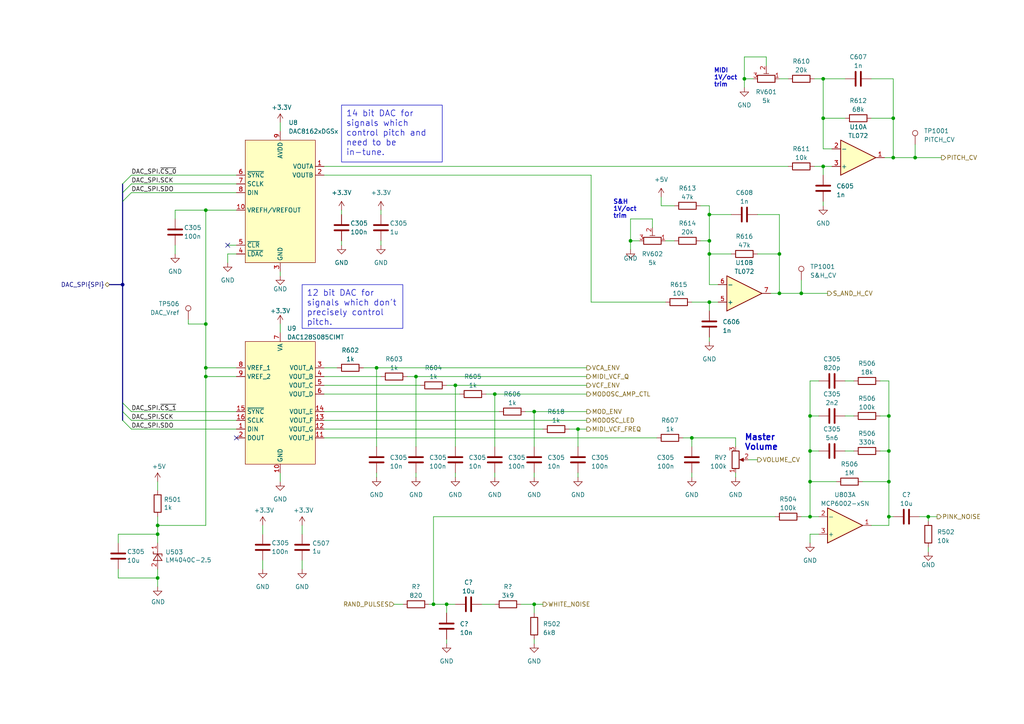
<source format=kicad_sch>
(kicad_sch (version 20230121) (generator eeschema)
  (paper "A4")
  (title_block (title "MICRO-OX Modulation Board") (date "2023-04-25") (rev "0") (comment 2 "creativecommons.org/licenses/by/4.0") (comment 3 "license: CC by 4.0") (comment 4 "Author: Jordan Aceto"))
  (junction (at 269.24 149.86))
  (junction (at 257.81 130.81))
  (junction (at 129.54 175.26))
  (junction (at 238.76 22.86))
  (junction (at 238.76 48.26))
  (junction (at 132.08 111.76))
  (junction (at 257.81 149.86))
  (junction (at 167.64 124.46))
  (junction (at 234.95 120.65))
  (junction (at 259.08 34.29))
  (junction (at 45.72 167.64))
  (junction (at 257.81 120.65))
  (junction (at 265.43 45.72))
  (junction (at 259.08 45.72))
  (junction (at 205.74 69.85))
  (junction (at 205.74 73.66))
  (junction (at 59.69 60.96))
  (junction (at 35.56 82.55))
  (junction (at 205.74 87.63))
  (junction (at 45.72 154.94))
  (junction (at 45.72 152.4))
  (junction (at 59.69 109.22))
  (junction (at 238.76 34.29))
  (junction (at 226.06 85.09))
  (junction (at 125.73 175.26))
  (junction (at 257.81 139.7))
  (junction (at 109.22 106.68))
  (junction (at 182.88 69.85))
  (junction (at 200.66 127))
  (junction (at 154.94 119.38))
  (junction (at 154.94 175.26))
  (junction (at 143.51 114.3))
  (junction (at 215.9 22.86))
  (junction (at 59.69 106.68))
  (junction (at 234.95 139.7))
  (junction (at 205.74 62.23))
  (junction (at 120.65 109.22))
  (junction (at 234.95 149.86))
  (junction (at 232.41 85.09))
  (junction (at 226.06 73.66))
  (junction (at 59.69 93.98))
  (junction (at 234.95 130.81))
  (no_connect (at 66.04 71.12))
  (no_connect (at 68.58 127))
  (bus_entry (at 35.56 55.88) (size 2.54 -2.54))
  (bus_entry (at 35.56 58.42) (size 2.54 -2.54))
  (bus_entry (at 35.56 53.34) (size 2.54 -2.54))
  (bus_entry (at 35.56 116.84) (size 2.54 2.54))
  (bus_entry (at 35.56 121.92) (size 2.54 2.54))
  (bus_entry (at 35.56 119.38) (size 2.54 2.54))
  (wire (pts (xy 200.66 87.63) (xy 205.74 87.63)))
  (bus (pts (xy 35.56 119.38) (xy 35.56 121.92)))
  (wire (pts (xy 152.4 119.38) (xy 154.94 119.38)))
  (wire (pts (xy 238.76 43.18) (xy 238.76 34.29)))
  (wire (pts (xy 245.11 130.81) (xy 247.65 130.81)))
  (wire (pts (xy 245.11 22.86) (xy 238.76 22.86)))
  (wire (pts (xy 182.88 69.85) (xy 185.42 69.85)))
  (wire (pts (xy 234.95 157.48) (xy 234.95 154.94)))
  (wire (pts (xy 205.74 62.23) (xy 205.74 69.85)))
  (wire (pts (xy 238.76 48.26) (xy 238.76 50.8)))
  (wire (pts (xy 226.06 73.66) (xy 226.06 85.09)))
  (wire (pts (xy 59.69 93.98) (xy 54.61 93.98)))
  (wire (pts (xy 234.95 149.86) (xy 234.95 139.7)))
  (wire (pts (xy 212.09 62.23) (xy 205.74 62.23)))
  (wire (pts (xy 252.73 34.29) (xy 259.08 34.29)))
  (wire (pts (xy 234.95 130.81) (xy 234.95 120.65)))
  (wire (pts (xy 154.94 119.38) (xy 170.18 119.38)))
  (wire (pts (xy 257.81 130.81) (xy 255.27 130.81)))
  (wire (pts (xy 237.49 149.86) (xy 234.95 149.86)))
  (wire (pts (xy 154.94 175.26) (xy 154.94 177.8)))
  (wire (pts (xy 205.74 59.69) (xy 205.74 62.23)))
  (wire (pts (xy 232.41 85.09) (xy 240.03 85.09)))
  (wire (pts (xy 93.98 106.68) (xy 97.79 106.68)))
  (wire (pts (xy 232.41 81.28) (xy 232.41 85.09)))
  (wire (pts (xy 109.22 106.68) (xy 109.22 129.54)))
  (wire (pts (xy 76.2 152.4) (xy 76.2 154.94)))
  (wire (pts (xy 234.95 139.7) (xy 242.57 139.7)))
  (wire (pts (xy 76.2 162.56) (xy 76.2 165.1)))
  (wire (pts (xy 45.72 152.4) (xy 45.72 149.86)))
  (wire (pts (xy 215.9 22.86) (xy 218.44 22.86)))
  (wire (pts (xy 93.98 124.46) (xy 157.48 124.46)))
  (wire (pts (xy 257.81 139.7) (xy 257.81 130.81)))
  (wire (pts (xy 198.12 127) (xy 200.66 127)))
  (wire (pts (xy 105.41 106.68) (xy 109.22 106.68)))
  (wire (pts (xy 232.41 149.86) (xy 234.95 149.86)))
  (wire (pts (xy 234.95 139.7) (xy 234.95 130.81)))
  (wire (pts (xy 120.65 109.22) (xy 120.65 129.54)))
  (wire (pts (xy 38.1 124.46) (xy 68.58 124.46)))
  (wire (pts (xy 266.7 149.86) (xy 269.24 149.86)))
  (wire (pts (xy 245.11 110.49) (xy 247.65 110.49)))
  (wire (pts (xy 45.72 157.48) (xy 45.72 154.94)))
  (wire (pts (xy 34.29 154.94) (xy 45.72 154.94)))
  (wire (pts (xy 189.23 63.5) (xy 182.88 63.5)))
  (wire (pts (xy 129.54 175.26) (xy 129.54 177.8)))
  (wire (pts (xy 205.74 69.85) (xy 205.74 73.66)))
  (wire (pts (xy 259.08 22.86) (xy 259.08 34.29)))
  (wire (pts (xy 236.22 48.26) (xy 238.76 48.26)))
  (wire (pts (xy 259.08 34.29) (xy 259.08 45.72)))
  (wire (pts (xy 110.49 60.96) (xy 110.49 62.23)))
  (bus (pts (xy 35.56 53.34) (xy 35.56 55.88)))
  (wire (pts (xy 203.2 69.85) (xy 205.74 69.85)))
  (wire (pts (xy 219.71 73.66) (xy 226.06 73.66)))
  (wire (pts (xy 45.72 139.7) (xy 45.72 142.24)))
  (wire (pts (xy 120.65 137.16) (xy 120.65 138.43)))
  (wire (pts (xy 234.95 120.65) (xy 237.49 120.65)))
  (wire (pts (xy 182.88 63.5) (xy 182.88 69.85)))
  (wire (pts (xy 93.98 114.3) (xy 133.35 114.3)))
  (wire (pts (xy 269.24 149.86) (xy 269.24 151.13)))
  (wire (pts (xy 66.04 73.66) (xy 68.58 73.66)))
  (wire (pts (xy 259.08 45.72) (xy 256.54 45.72)))
  (wire (pts (xy 140.97 114.3) (xy 143.51 114.3)))
  (wire (pts (xy 154.94 137.16) (xy 154.94 138.43)))
  (wire (pts (xy 205.74 73.66) (xy 212.09 73.66)))
  (wire (pts (xy 238.76 58.42) (xy 238.76 59.69)))
  (wire (pts (xy 54.61 92.71) (xy 54.61 93.98)))
  (wire (pts (xy 45.72 154.94) (xy 45.72 152.4)))
  (wire (pts (xy 250.19 139.7) (xy 257.81 139.7)))
  (wire (pts (xy 38.1 55.88) (xy 68.58 55.88)))
  (wire (pts (xy 34.29 165.1) (xy 34.29 167.64)))
  (wire (pts (xy 234.95 130.81) (xy 237.49 130.81)))
  (wire (pts (xy 226.06 85.09) (xy 223.52 85.09)))
  (wire (pts (xy 234.95 110.49) (xy 237.49 110.49)))
  (wire (pts (xy 265.43 41.91) (xy 265.43 45.72)))
  (wire (pts (xy 236.22 22.86) (xy 238.76 22.86)))
  (wire (pts (xy 93.98 119.38) (xy 144.78 119.38)))
  (wire (pts (xy 120.65 109.22) (xy 170.18 109.22)))
  (wire (pts (xy 114.3 175.26) (xy 116.84 175.26)))
  (wire (pts (xy 87.63 162.56) (xy 87.63 165.1)))
  (wire (pts (xy 269.24 149.86) (xy 271.78 149.86)))
  (wire (pts (xy 205.74 87.63) (xy 208.28 87.63)))
  (wire (pts (xy 59.69 93.98) (xy 59.69 60.96)))
  (wire (pts (xy 215.9 22.86) (xy 215.9 25.4)))
  (wire (pts (xy 59.69 109.22) (xy 59.69 106.68)))
  (wire (pts (xy 205.74 73.66) (xy 205.74 82.55)))
  (wire (pts (xy 167.64 124.46) (xy 167.64 129.54)))
  (wire (pts (xy 38.1 119.38) (xy 68.58 119.38)))
  (wire (pts (xy 132.08 137.16) (xy 132.08 138.43)))
  (wire (pts (xy 59.69 109.22) (xy 59.69 152.4)))
  (wire (pts (xy 257.81 110.49) (xy 255.27 110.49)))
  (wire (pts (xy 87.63 152.4) (xy 87.63 154.94)))
  (wire (pts (xy 45.72 152.4) (xy 59.69 152.4)))
  (wire (pts (xy 191.77 57.15) (xy 191.77 59.69)))
  (wire (pts (xy 241.3 43.18) (xy 238.76 43.18)))
  (wire (pts (xy 189.23 66.04) (xy 189.23 63.5)))
  (wire (pts (xy 81.28 137.16) (xy 81.28 139.7)))
  (bus (pts (xy 35.56 58.42) (xy 35.56 82.55)))
  (wire (pts (xy 93.98 121.92) (xy 170.18 121.92)))
  (wire (pts (xy 200.66 137.16) (xy 200.66 138.43)))
  (wire (pts (xy 110.49 69.85) (xy 110.49 71.12)))
  (wire (pts (xy 38.1 53.34) (xy 68.58 53.34)))
  (wire (pts (xy 139.7 175.26) (xy 143.51 175.26)))
  (wire (pts (xy 238.76 34.29) (xy 245.11 34.29)))
  (bus (pts (xy 31.75 82.55) (xy 35.56 82.55)))
  (wire (pts (xy 205.74 87.63) (xy 205.74 90.17)))
  (wire (pts (xy 81.28 93.98) (xy 81.28 96.52)))
  (wire (pts (xy 238.76 22.86) (xy 238.76 34.29)))
  (wire (pts (xy 257.81 130.81) (xy 257.81 120.65)))
  (wire (pts (xy 213.36 127) (xy 213.36 129.54)))
  (wire (pts (xy 129.54 185.42) (xy 129.54 186.69)))
  (wire (pts (xy 93.98 48.26) (xy 228.6 48.26)))
  (wire (pts (xy 257.81 149.86) (xy 259.08 149.86)))
  (wire (pts (xy 34.29 157.48) (xy 34.29 154.94)))
  (wire (pts (xy 93.98 109.22) (xy 110.49 109.22)))
  (wire (pts (xy 171.45 50.8) (xy 171.45 87.63)))
  (wire (pts (xy 59.69 93.98) (xy 59.69 106.68)))
  (wire (pts (xy 34.29 167.64) (xy 45.72 167.64)))
  (wire (pts (xy 50.8 60.96) (xy 59.69 60.96)))
  (wire (pts (xy 81.28 35.56) (xy 81.28 38.1)))
  (wire (pts (xy 125.73 149.86) (xy 125.73 175.26)))
  (wire (pts (xy 118.11 109.22) (xy 120.65 109.22)))
  (wire (pts (xy 59.69 106.68) (xy 68.58 106.68)))
  (wire (pts (xy 125.73 175.26) (xy 129.54 175.26)))
  (wire (pts (xy 193.04 69.85) (xy 195.58 69.85)))
  (wire (pts (xy 151.13 175.26) (xy 154.94 175.26)))
  (wire (pts (xy 234.95 154.94) (xy 237.49 154.94)))
  (wire (pts (xy 265.43 45.72) (xy 273.05 45.72)))
  (wire (pts (xy 132.08 111.76) (xy 170.18 111.76)))
  (wire (pts (xy 193.04 87.63) (xy 171.45 87.63)))
  (wire (pts (xy 259.08 45.72) (xy 265.43 45.72)))
  (wire (pts (xy 59.69 109.22) (xy 68.58 109.22)))
  (wire (pts (xy 124.46 175.26) (xy 125.73 175.26)))
  (wire (pts (xy 238.76 48.26) (xy 241.3 48.26)))
  (wire (pts (xy 165.1 124.46) (xy 167.64 124.46)))
  (wire (pts (xy 222.25 19.05) (xy 222.25 16.51)))
  (wire (pts (xy 109.22 106.68) (xy 170.18 106.68)))
  (wire (pts (xy 257.81 149.86) (xy 257.81 152.4)))
  (wire (pts (xy 226.06 85.09) (xy 232.41 85.09)))
  (wire (pts (xy 125.73 149.86) (xy 224.79 149.86)))
  (wire (pts (xy 215.9 16.51) (xy 215.9 22.86)))
  (wire (pts (xy 50.8 71.12) (xy 50.8 73.66)))
  (wire (pts (xy 66.04 71.12) (xy 68.58 71.12)))
  (wire (pts (xy 203.2 59.69) (xy 205.74 59.69)))
  (wire (pts (xy 129.54 111.76) (xy 132.08 111.76)))
  (wire (pts (xy 38.1 121.92) (xy 68.58 121.92)))
  (wire (pts (xy 219.71 62.23) (xy 226.06 62.23)))
  (wire (pts (xy 167.64 137.16) (xy 167.64 138.43)))
  (wire (pts (xy 59.69 60.96) (xy 68.58 60.96)))
  (wire (pts (xy 257.81 152.4) (xy 252.73 152.4)))
  (wire (pts (xy 205.74 97.79) (xy 205.74 99.06)))
  (wire (pts (xy 154.94 175.26) (xy 157.48 175.26)))
  (wire (pts (xy 99.06 60.96) (xy 99.06 62.23)))
  (wire (pts (xy 129.54 175.26) (xy 132.08 175.26)))
  (bus (pts (xy 35.56 116.84) (xy 35.56 119.38)))
  (wire (pts (xy 191.77 59.69) (xy 195.58 59.69)))
  (wire (pts (xy 154.94 119.38) (xy 154.94 129.54)))
  (wire (pts (xy 226.06 62.23) (xy 226.06 73.66)))
  (wire (pts (xy 66.04 73.66) (xy 66.04 76.2)))
  (wire (pts (xy 213.36 137.16) (xy 213.36 138.43)))
  (wire (pts (xy 200.66 127) (xy 200.66 129.54)))
  (wire (pts (xy 143.51 114.3) (xy 143.51 129.54)))
  (bus (pts (xy 35.56 82.55) (xy 35.56 116.84)))
  (wire (pts (xy 93.98 111.76) (xy 121.92 111.76)))
  (wire (pts (xy 200.66 127) (xy 213.36 127)))
  (wire (pts (xy 208.28 82.55) (xy 205.74 82.55)))
  (wire (pts (xy 245.11 120.65) (xy 247.65 120.65)))
  (wire (pts (xy 226.06 22.86) (xy 228.6 22.86)))
  (wire (pts (xy 38.1 50.8) (xy 68.58 50.8)))
  (bus (pts (xy 35.56 55.88) (xy 35.56 58.42)))
  (wire (pts (xy 257.81 139.7) (xy 257.81 149.86)))
  (wire (pts (xy 222.25 16.51) (xy 215.9 16.51)))
  (wire (pts (xy 217.17 133.35) (xy 219.71 133.35)))
  (wire (pts (xy 50.8 63.5) (xy 50.8 60.96)))
  (wire (pts (xy 182.88 69.85) (xy 182.88 72.39)))
  (wire (pts (xy 93.98 127) (xy 190.5 127)))
  (wire (pts (xy 45.72 167.64) (xy 45.72 165.1)))
  (wire (pts (xy 257.81 110.49) (xy 257.81 120.65)))
  (wire (pts (xy 45.72 170.18) (xy 45.72 167.64)))
  (wire (pts (xy 154.94 185.42) (xy 154.94 186.69)))
  (wire (pts (xy 167.64 124.46) (xy 170.18 124.46)))
  (wire (pts (xy 81.28 78.74) (xy 81.28 80.01)))
  (wire (pts (xy 109.22 137.16) (xy 109.22 138.43)))
  (wire (pts (xy 269.24 158.75) (xy 269.24 160.02)))
  (wire (pts (xy 252.73 22.86) (xy 259.08 22.86)))
  (wire (pts (xy 143.51 114.3) (xy 170.18 114.3)))
  (wire (pts (xy 93.98 50.8) (xy 171.45 50.8)))
  (wire (pts (xy 234.95 110.49) (xy 234.95 120.65)))
  (wire (pts (xy 257.81 120.65) (xy 255.27 120.65)))
  (wire (pts (xy 143.51 137.16) (xy 143.51 138.43)))
  (wire (pts (xy 99.06 69.85) (xy 99.06 71.12)))
  (wire (pts (xy 132.08 111.76) (xy 132.08 129.54)))
  (text_box "14 bit DAC for signals which control pitch and need to be in-tune." (at 99.06 30.48 0) (size 29.21 16.51) (effects (font (size 1.75 1.75)) (justify left top)))
  (text_box "12 bit DAC for signals which don't precisely control pitch." (at 87.63 82.55 0) (size 29.21 12.7) (effects (font (size 1.75 1.75)) (justify left top)))
  (text "MIDI\n1V/oct \ntrim" (at 207.01 25.4 0) (effects (font (size 1.27 1.27) (thickness 0.254) bold) (justify left bottom)))
  (text "S&H\n1V/oct \ntrim" (at 177.8 63.5 0) (effects (font (size 1.27 1.27) (thickness 0.254) bold) (justify left bottom)))
  (text "Master\nVolume" (at 215.9 130.81 0) (effects (font (size 1.75 1.75) (thickness 0.35) bold) (justify left bottom)))
  (label "DAC_SPI.~{CS_0}" (at 38.1 50.8 0))
  (label "DAC_SPI.SDO" (at 38.1 55.88 0))
  (label "DAC_SPI.SCK" (at 38.1 53.34 0))
  (label "DAC_SPI.~{CS_1}" (at 38.1 119.38 0))
  (label "DAC_SPI.SCK" (at 38.1 121.92 0))
  (label "DAC_SPI.SDO" (at 38.1 124.46 0))
  (hierarchical_label "DAC_SPI{SPI}" (shape bidirectional) (at 31.75 82.55 180))
  (hierarchical_label "PITCH_CV" (shape output) (at 273.05 45.72 0))
  (hierarchical_label "VCA_ENV" (shape output) (at 170.18 106.68 0))
  (hierarchical_label "S_AND_H_CV" (shape output) (at 240.03 85.09 0))
  (hierarchical_label "VCF_ENV" (shape output) (at 170.18 111.76 0))
  (hierarchical_label "MOD_ENV" (shape output) (at 170.18 119.38 0))
  (hierarchical_label "MODOSC_LED" (shape output) (at 170.18 121.92 0))
  (hierarchical_label "VOLUME_CV" (shape output) (at 219.71 133.35 0))
  (hierarchical_label "PINK_NOISE" (shape output) (at 271.78 149.86 0))
  (hierarchical_label "MIDI_VCF_FREQ" (shape output) (at 170.18 124.46 0))
  (hierarchical_label "WHITE_NOISE" (shape output) (at 157.48 175.26 0))
  (hierarchical_label "RAND_PULSES" (shape input) (at 114.3 175.26 180))
  (hierarchical_label "MODOSC_AMP_CTL" (shape output) (at 170.18 114.3 0))
  (hierarchical_label "MIDI_VCF_Q" (shape output) (at 170.18 109.22 0))
  (symbol (lib_id "Device:C") (at 205.74 93.98 180) (unit 1)
    (property "Reference" "C606" (at 209.55 93.345 0) (effects (justify right)))
    (property "Value" "1n" (at 209.55 95.885 0) (effects (justify right)))
    (property "Footprint" "Capacitor_SMD:C_0603_1608Metric" (effects hide))
    (instances (project "modulation_board" (path "" (reference "C606") (unit 1))) (project "ribbon_board" (path "" (reference "C310") (unit 1))))
  )
  (symbol (lib_id "Device:R") (at 199.39 69.85 90) (unit 1)
    (property "Reference" "R614" (at 199.39 64.77 90))
    (property "Value" "20k" (at 199.39 67.31 90))
    (property "Footprint" "Resistor_SMD:R_0603_1608Metric" (effects hide))
    (instances (project "modulation_board" (path "" (reference "R614") (unit 1))) (project "ribbon_board" (path "" (reference "R301") (unit 1))))
  )
  (symbol (lib_id "Device:C") (at 34.29 161.29 0) (unit 1)
    (property "Reference" "C305" (at 36.83 160.02 0) (effects (justify left)))
    (property "Value" "10u" (at 36.83 162.56 0) (effects (justify left)))
    (property "Footprint" "Capacitor_SMD:C_0805_2012Metric" (effects hide))
    (instances (project "modulation_board" (path "" (reference "C305") (unit 1)) (path "" (reference "C201") (unit 1)) (path "" (reference "C610") (unit 1))) (project "ribbon_board" (path "" (reference "C207") (unit 1))) (project "midi_ox_main_board" (path "" (reference "C2222") (unit 1)) (path "" (reference "C?") (unit 1))))
  )
  (symbol (lib_id "Device:C") (at 200.66 133.35 0) (mirror y) (unit 1)
    (property "Reference" "C305" (at 195.58 132.715 0) (effects (justify left)))
    (property "Value" "100n" (at 195.58 135.255 0) (effects (justify left)))
    (property "Footprint" "Capacitor_SMD:C_0603_1608Metric" (effects hide))
    (instances (project "modulation_board" (path "" (reference "C305") (unit 1)) (path "" (reference "C201") (unit 1)) (path "" (reference "C618") (unit 1))) (project "ribbon_board" (path "" (reference "C207") (unit 1))) (project "midi_ox_main_board" (path "" (reference "C2222") (unit 1)) (path "" (reference "C?") (unit 1))))
  )
  (symbol (lib_id "Device:R") (at 114.3 109.22 90) (unit 1)
    (property "Reference" "R603" (at 114.3 104.14 90))
    (property "Value" "1k" (at 114.3 106.68 90))
    (property "Footprint" "Resistor_SMD:R_0603_1608Metric" (effects hide))
    (instances (project "modulation_board" (path "" (reference "R603") (unit 1))) (project "ribbon_board" (path "" (reference "R316") (unit 1))))
  )
  (symbol (lib_id "power:+5V") (at 191.77 57.15 0) (unit 1)
    (property "Reference" "#PWR0633" (effects hide))
    (property "Value" "+5V" (at 191.77 52.07 0))
  )
  (symbol (lib_id "Connector:TestPoint") (at 54.61 92.71 0) (mirror y) (unit 1) (in_bom no)
    (property "Reference" "TP506" (at 52.07 88.138 0) (effects (justify left)))
    (property "Value" "DAC_Vref" (at 52.07 90.678 0) (effects (justify left)))
    (property "Footprint" "TestPoint:TestPoint_Keystone_5000-5004_Miniature" (effects hide))
    (instances (project "modulation_board" (path "" (reference "TP506") (unit 1)) (path "" (reference "TP601") (unit 1))))
  )
  (symbol (lib_id "Amplifier_Operational:MCP6002-xSN") (at 245.11 152.4 0) (mirror x) (unit 1)
    (property "Reference" "U803" (at 245.11 143.51 0))
    (property "Value" "MCP6002-xSN" (at 245.11 146.05 0))
    (property "Footprint" "Package_SO:SOIC-8_3.9x4.9mm_P1.27mm" (effects hide))
    (property "Datasheet" "http://ww1.microchip.com/downloads/en/DeviceDoc/21733j.pdf" (effects hide))
    (instances (project "modulation_board" (path "" (reference "U803") (unit 1)) (path "" (reference "U7") (unit 1)) (path "" (reference "U7") (unit 1))))
  )
  (symbol (lib_id "Device:R") (at 199.39 59.69 90) (unit 1)
    (property "Reference" "R613" (at 199.39 54.61 90))
    (property "Value" "47k" (at 199.39 57.15 90))
    (property "Footprint" "Resistor_SMD:R_0603_1608Metric" (effects hide))
    (instances (project "modulation_board" (path "" (reference "R613") (unit 1))) (project "ribbon_board" (path "" (reference "R301") (unit 1))))
  )
  (symbol (lib_id "Device:C") (at 50.8 67.31 0) (unit 1)
    (property "Reference" "C305" (at 53.34 66.04 0) (effects (justify left)))
    (property "Value" "100n" (at 53.34 68.58 0) (effects (justify left)))
    (property "Footprint" "Capacitor_SMD:C_0603_1608Metric" (effects hide))
    (instances (project "modulation_board" (path "" (reference "C305") (unit 1)) (path "" (reference "C201") (unit 1)) (path "" (reference "C602") (unit 1))) (project "ribbon_board" (path "" (reference "C207") (unit 1))) (project "midi_ox_main_board" (path "" (reference "C2222") (unit 1)) (path "" (reference "C?") (unit 1))))
  )
  (symbol (lib_id "power:GND") (at 132.08 138.43 0) (unit 1)
    (property "Reference" "#PWR0319" (effects hide))
    (property "Value" "GND" (at 132.08 143.51 0))
    (instances (project "modulation_board" (path "" (reference "#PWR0319") (unit 1)) (path "" (reference "#PWR0204") (unit 1)) (path "" (reference "#PWR0629") (unit 1))) (project "ribbon_board" (path "" (reference "#PWR010") (unit 1))) (project "midi_ox_main_board" (path "" (reference "#PWR0121") (unit 1))))
  )
  (symbol (lib_id "power:GND") (at 182.88 72.39 0) (unit 1)
    (property "Reference" "#PWR0615" (effects hide))
    (property "Value" "GND" (at 182.88 74.93 0))
    (instances (project "modulation_board" (path "" (reference "#PWR0615") (unit 1))) (project "ribbon_board" (path "" (reference "#PWR0301") (unit 1))))
  )
  (symbol (lib_id "Amplifier_Operational:TL072") (at 248.92 45.72 0) (mirror x) (unit 1)
    (property "Reference" "U10" (at 248.92 36.83 0))
    (property "Value" "TL072" (at 248.92 39.37 0))
    (property "Footprint" "Package_SO:SOIC-8_3.9x4.9mm_P1.27mm" (effects hide))
    (property "Datasheet" "http://www.ti.com/lit/ds/symlink/tl071.pdf" (effects hide))
    (instances (project "modulation_board" (path "" (reference "U10") (unit 1))) (project "ribbon_board" (path "" (reference "U6") (unit 2))))
  )
  (symbol (lib_id "power:GND") (at 200.66 138.43 0) (unit 1)
    (property "Reference" "#PWR0319" (effects hide))
    (property "Value" "GND" (at 200.66 143.51 0))
    (instances (project "modulation_board" (path "" (reference "#PWR0319") (unit 1)) (path "" (reference "#PWR0204") (unit 1)) (path "" (reference "#PWR0632") (unit 1))) (project "ribbon_board" (path "" (reference "#PWR010") (unit 1))) (project "midi_ox_main_board" (path "" (reference "#PWR0121") (unit 1))))
  )
  (symbol (lib_id "Device:C") (at 132.08 133.35 0) (unit 1)
    (property "Reference" "C305" (at 135.89 132.715 0) (effects (justify left)))
    (property "Value" "10n" (at 135.89 135.255 0) (effects (justify left)))
    (property "Footprint" "Capacitor_SMD:C_0603_1608Metric" (effects hide))
    (instances (project "modulation_board" (path "" (reference "C305") (unit 1)) (path "" (reference "C201") (unit 1)) (path "" (reference "C615") (unit 1))) (project "ribbon_board" (path "" (reference "C207") (unit 1))) (project "midi_ox_main_board" (path "" (reference "C2222") (unit 1)) (path "" (reference "C?") (unit 1))))
  )
  (symbol (lib_id "power:GND") (at 269.24 160.02 0) (unit 1)
    (property "Reference" "#PWR01706" (effects hide))
    (property "Value" "GND" (at 269.24 163.83 0))
    (instances (project "micro_pico" (path "" (reference "#PWR01706") (unit 1)) (path "" (reference "#PWR0807") (unit 1))) (project "modulation_board" (path "" (reference "#PWR0406") (unit 1)) (path "" (reference "#PWR0323") (unit 1)) (path "" (reference "#PWR0612") (unit 1))) (project "stereo_whooshy_sound_main_board" (path "" (reference "#PWR053") (unit 1)) (path "" (reference "#PWR016") (unit 1)) (path "" (reference "#PWR0123") (unit 1)) (path "" (reference "#PWR0151") (unit 1))))
  )
  (symbol (lib_id "Device:R") (at 161.29 124.46 90) (unit 1)
    (property "Reference" "R618" (at 161.29 119.38 90))
    (property "Value" "1k" (at 161.29 121.92 90))
    (property "Footprint" "Resistor_SMD:R_0603_1608Metric" (effects hide))
    (instances (project "modulation_board" (path "" (reference "R618") (unit 1))) (project "ribbon_board" (path "" (reference "R316") (unit 1))))
  )
  (symbol (lib_id "Device:R") (at 246.38 139.7 90) (unit 1)
    (property "Reference" "R506" (at 246.38 134.62 90))
    (property "Value" "1M" (at 246.38 137.16 90))
    (property "Footprint" "Resistor_SMD:R_0603_1608Metric" (effects hide))
    (instances (project "modulation_board" (path "" (reference "R506") (unit 1)) (path "" (reference "R620") (unit 1))))
  )
  (symbol (lib_id "Device:C") (at 241.3 120.65 90) (unit 1)
    (property "Reference" "C305" (at 241.3 114.3 90))
    (property "Value" "2n2" (at 241.3 116.84 90))
    (property "Footprint" "Capacitor_SMD:C_0603_1608Metric" (effects hide))
    (instances (project "modulation_board" (path "" (reference "C305") (unit 1)) (path "" (reference "C201") (unit 1)) (path "" (reference "C621") (unit 1))) (project "ribbon_board" (path "" (reference "C207") (unit 1))) (project "midi_ox_main_board" (path "" (reference "C2222") (unit 1)) (path "" (reference "C?") (unit 1))))
  )
  (symbol (lib_id "power:GND") (at 45.72 170.18 0) (unit 1)
    (property "Reference" "#PWR0514" (effects hide))
    (property "Value" "GND" (at 45.847 174.5742 0))
    (instances (project "modulation_board" (path "" (reference "#PWR0514") (unit 1)) (path "" (reference "#PWR0604") (unit 1)) (path "" (reference "#PWR0827") (unit 1))))
  )
  (symbol (lib_id "Device:R") (at 194.31 127 90) (unit 1)
    (property "Reference" "R607" (at 194.31 121.92 90))
    (property "Value" "1k" (at 194.31 124.46 90))
    (property "Footprint" "Resistor_SMD:R_0603_1608Metric" (effects hide))
    (instances (project "modulation_board" (path "" (reference "R607") (unit 1))) (project "ribbon_board" (path "" (reference "R316") (unit 1))))
  )
  (symbol (lib_id "power:+5V") (at 45.72 139.7 0) (unit 1)
    (property "Reference" "#PWR0513" (effects hide))
    (property "Value" "+5V" (at 46.101 135.3058 0))
    (instances (project "modulation_board" (path "" (reference "#PWR0513") (unit 1)) (path "" (reference "#PWR0603") (unit 1)) (path "" (reference "#PWR0826") (unit 1))))
  )
  (symbol (lib_id "power:GND") (at 76.2 165.1 0) (unit 1)
    (property "Reference" "#PWR0601" (effects hide))
    (property "Value" "GND" (at 76.2 170.18 0))
  )
  (symbol (lib_id "Device:R") (at 215.9 73.66 90) (unit 1)
    (property "Reference" "R616" (at 215.9 68.58 90))
    (property "Value" "47k" (at 215.9 71.12 90))
    (property "Footprint" "Resistor_SMD:R_0603_1608Metric" (effects hide))
    (instances (project "modulation_board" (path "" (reference "R616") (unit 1))) (project "ribbon_board" (path "" (reference "R305") (unit 1))))
  )
  (symbol (lib_id "Device:C") (at 262.89 149.86 90) (unit 1)
    (property "Reference" "C?" (at 262.89 143.51 90))
    (property "Value" "10u" (at 262.89 146.05 90))
    (property "Footprint" "Capacitor_SMD:C_0805_2012Metric" (effects hide))
    (instances (project "micro_pico" (path "" (reference "C?") (unit 1))) (project "modulation_board" (path "" (reference "C?") (unit 1)) (path "" (reference "C201") (unit 1)) (path "" (reference "C624") (unit 1))) (project "ribbon_board" (path "" (reference "C207") (unit 1))) (project "midi_ox_main_board" (path "" (reference "C2222") (unit 1)) (path "" (reference "C?") (unit 1))))
  )
  (symbol (lib_id "Device:R") (at 269.24 154.94 180) (unit 1)
    (property "Reference" "R502" (at 271.78 154.305 0) (effects (justify right)))
    (property "Value" "10k" (at 271.78 156.845 0) (effects (justify right)))
    (property "Footprint" "Resistor_SMD:R_0603_1608Metric" (effects hide))
    (instances (project "modulation_board" (path "" (reference "R502") (unit 1)) (path "" (reference "R624") (unit 1))))
  )
  (symbol (lib_id "Device:R") (at 232.41 48.26 90) (unit 1)
    (property "Reference" "R611" (at 232.41 43.18 90))
    (property "Value" "10k" (at 232.41 45.72 90))
    (property "Footprint" "Resistor_SMD:R_0603_1608Metric" (effects hide))
    (instances (project "modulation_board" (path "" (reference "R611") (unit 1))) (project "ribbon_board" (path "" (reference "R316") (unit 1))))
  )
  (symbol (lib_id "power:GND") (at 167.64 138.43 0) (unit 1)
    (property "Reference" "#PWR0319" (effects hide))
    (property "Value" "GND" (at 167.64 143.51 0))
    (instances (project "modulation_board" (path "" (reference "#PWR0319") (unit 1)) (path "" (reference "#PWR0204") (unit 1)) (path "" (reference "#PWR0611") (unit 1))) (project "ribbon_board" (path "" (reference "#PWR010") (unit 1))) (project "midi_ox_main_board" (path "" (reference "#PWR0121") (unit 1))))
  )
  (symbol (lib_id "Device:C") (at 135.89 175.26 90) (unit 1)
    (property "Reference" "C?" (at 135.89 168.91 90))
    (property "Value" "10u" (at 135.89 171.45 90))
    (property "Footprint" "Capacitor_SMD:C_0805_2012Metric" (effects hide))
    (instances (project "micro_pico" (path "" (reference "C?") (unit 1))) (project "modulation_board" (path "" (reference "C?") (unit 1)) (path "" (reference "C201") (unit 1)) (path "" (reference "C604") (unit 1))) (project "ribbon_board" (path "" (reference "C207") (unit 1))) (project "midi_ox_main_board" (path "" (reference "C2222") (unit 1)) (path "" (reference "C?") (unit 1))))
  )
  (symbol (lib_id "Device:C") (at 238.76 54.61 180) (unit 1)
    (property "Reference" "C605" (at 242.57 53.975 0) (effects (justify right)))
    (property "Value" "1n" (at 242.57 56.515 0) (effects (justify right)))
    (property "Footprint" "Capacitor_SMD:C_0603_1608Metric" (effects hide))
    (instances (project "modulation_board" (path "" (reference "C605") (unit 1))) (project "ribbon_board" (path "" (reference "C310") (unit 1))))
  )
  (symbol (lib_id "power:GND") (at 87.63 165.1 0) (unit 1)
    (property "Reference" "#PWR02" (effects hide))
    (property "Value" "GND" (at 87.63 170.18 0))
  )
  (symbol (lib_id "power:GND") (at 81.28 80.01 0) (unit 1)
    (property "Reference" "#PWR0609" (effects hide))
    (property "Value" "GND" (at 81.28 83.82 0))
  )
  (symbol (lib_id "Device:R_Potentiometer_Trim") (at 222.25 22.86 270) (mirror x) (unit 1)
    (property "Reference" "RV601" (at 222.25 26.67 90))
    (property "Value" "5k" (at 222.25 29.21 90))
    (property "Footprint" "Potentiometer_THT:Potentiometer_Bourns_3296W_Vertical" (effects hide))
    (instances (project "modulation_board" (path "" (reference "RV601") (unit 1))) (project "ribbon_board" (path "" (reference "RV301") (unit 1))))
  )
  (symbol (lib_id "power:+3.3V") (at 99.06 60.96 0) (unit 1)
    (property "Reference" "#PWR0318" (effects hide))
    (property "Value" "+3.3V" (at 99.06 55.88 0))
    (instances (project "modulation_board" (path "" (reference "#PWR0318") (unit 1)) (path "" (reference "#PWR0203") (unit 1)) (path "" (reference "#PWR0619") (unit 1))) (project "ribbon_board" (path "" (reference "#PWR09") (unit 1))) (project "midi_ox_main_board" (path "" (reference "#PWR0120") (unit 1))))
  )
  (symbol (lib_id "power:+3.3V") (at 81.28 35.56 0) (unit 1)
    (property "Reference" "#PWR01020" (effects hide))
    (property "Value" "+3.3V" (at 81.661 31.1658 0))
    (instances (project "modulation_board" (path "" (reference "#PWR01020") (unit 1)) (path "" (reference "#PWR0608") (unit 1))) (project "ribbon_board" (path "" (reference "#PWR01020") (unit 1))))
  )
  (symbol (lib_id "Device:R") (at 45.72 146.05 0) (unit 1)
    (property "Reference" "R501" (at 47.498 144.8816 0) (effects (justify left)))
    (property "Value" "1k" (at 47.498 147.193 0) (effects (justify left)))
    (property "Footprint" "Resistor_SMD:R_0603_1608Metric" (effects hide))
    (instances (project "modulation_board" (path "" (reference "R501") (unit 1)) (path "" (reference "R601") (unit 1)) (path "" (reference "R828") (unit 1))))
  )
  (symbol (lib_id "Device:R") (at 154.94 181.61 180) (unit 1)
    (property "Reference" "R502" (at 157.48 180.975 0) (effects (justify right)))
    (property "Value" "6k8" (at 157.48 183.515 0) (effects (justify right)))
    (property "Footprint" "Resistor_SMD:R_0603_1608Metric" (effects hide))
    (instances (project "modulation_board" (path "" (reference "R502") (unit 1)) (path "" (reference "R617") (unit 1))))
  )
  (symbol (lib_id "power:GND") (at 213.36 138.43 0) (unit 1)
    (property "Reference" "#PWR065" (effects hide))
    (property "Value" "GND" (at 213.36 143.51 0))
    (instances (project "modulation_board" (path "" (reference "#PWR065") (unit 1)) (path "" (reference "#PWR0616") (unit 1))) (project "stereo_whooshy_sound_main_board" (path "" (reference "#PWR053") (unit 1)) (path "" (reference "#PWR016") (unit 1)) (path "" (reference "#PWR0125") (unit 1)) (path "" (reference "#PWR0153") (unit 1))))
  )
  (symbol (lib_id "Amplifier_Operational:TL072") (at 215.9 85.09 0) (mirror x) (unit 2)
    (property "Reference" "U10" (at 215.9 76.2 0))
    (property "Value" "TL072" (at 215.9 78.74 0))
    (property "Footprint" "Package_SO:SOIC-8_3.9x4.9mm_P1.27mm" (effects hide))
    (property "Datasheet" "http://www.ti.com/lit/ds/symlink/tl071.pdf" (effects hide))
    (instances (project "modulation_board" (path "" (reference "U10") (unit 2))) (project "ribbon_board" (path "" (reference "U6") (unit 2))))
  )
  (symbol (lib_id "power:+3.3V") (at 87.63 152.4 0) (unit 1)
    (property "Reference" "#PWR01020" (effects hide))
    (property "Value" "+3.3V" (at 88.011 148.0058 0))
    (instances (project "modulation_board" (path "" (reference "#PWR01020") (unit 1)) (path "" (reference "#PWR0606") (unit 1))) (project "ribbon_board" (path "" (reference "#PWR01020") (unit 1))))
  )
  (symbol (lib_id "Device:C") (at 99.06 66.04 0) (unit 1)
    (property "Reference" "C305" (at 101.6 64.77 0) (effects (justify left)))
    (property "Value" "100n" (at 101.6 67.31 0) (effects (justify left)))
    (property "Footprint" "Capacitor_SMD:C_0603_1608Metric" (effects hide))
    (instances (project "modulation_board" (path "" (reference "C305") (unit 1)) (path "" (reference "C201") (unit 1)) (path "" (reference "C612") (unit 1))) (project "ribbon_board" (path "" (reference "C207") (unit 1))) (project "midi_ox_main_board" (path "" (reference "C2222") (unit 1)) (path "" (reference "C?") (unit 1))))
  )
  (symbol (lib_id "Device:C") (at 154.94 133.35 0) (unit 1)
    (property "Reference" "C305" (at 158.75 132.715 0) (effects (justify left)))
    (property "Value" "10n" (at 158.75 135.255 0) (effects (justify left)))
    (property "Footprint" "Capacitor_SMD:C_0603_1608Metric" (effects hide))
    (instances (project "modulation_board" (path "" (reference "C305") (unit 1)) (path "" (reference "C201") (unit 1)) (path "" (reference "C617") (unit 1))) (project "ribbon_board" (path "" (reference "C207") (unit 1))) (project "midi_ox_main_board" (path "" (reference "C2222") (unit 1)) (path "" (reference "C?") (unit 1))))
  )
  (symbol (lib_id "power:GND") (at 205.74 99.06 0) (unit 1)
    (property "Reference" "#PWR0618" (effects hide))
    (property "Value" "GND" (at 205.74 104.14 0))
    (instances (project "modulation_board" (path "" (reference "#PWR0618") (unit 1))) (project "ribbon_board" (path "" (reference "#PWR0305") (unit 1))))
  )
  (symbol (lib_id "power:+3.3V") (at 110.49 60.96 0) (unit 1)
    (property "Reference" "#PWR0318" (effects hide))
    (property "Value" "+3.3V" (at 110.49 55.88 0))
    (instances (project "modulation_board" (path "" (reference "#PWR0318") (unit 1)) (path "" (reference "#PWR0203") (unit 1)) (path "" (reference "#PWR0621") (unit 1))) (project "ribbon_board" (path "" (reference "#PWR09") (unit 1))) (project "midi_ox_main_board" (path "" (reference "#PWR0120") (unit 1))))
  )
  (symbol (lib_id "Reference_Voltage:LM4040DBZ-2.5") (at 45.72 161.29 90) (unit 1)
    (property "Reference" "U503" (at 47.9552 160.1216 90) (effects (justify right)))
    (property "Value" "LM4040C-2.5" (at 47.9552 162.433 90) (effects (justify right)))
    (property "Footprint" "Package_TO_SOT_SMD:SOT-23" (effects hide))
    (property "Datasheet" "http://www.ti.com/lit/ds/symlink/lm4040-n.pdf" (effects hide))
    (instances (project "modulation_board" (path "" (reference "U503") (unit 1)) (path "" (reference "U4") (unit 1)) (path "" (reference "U801") (unit 1))))
  )
  (symbol (lib_id "power:GND") (at 66.04 76.2 0) (unit 1)
    (property "Reference" "#PWR0605" (effects hide))
    (property "Value" "GND" (at 66.04 81.28 0))
  )
  (symbol (lib_id "Device:R") (at 196.85 87.63 90) (unit 1)
    (property "Reference" "R615" (at 196.85 82.55 90))
    (property "Value" "10k" (at 196.85 85.09 90))
    (property "Footprint" "Resistor_SMD:R_0603_1608Metric" (effects hide))
    (instances (project "modulation_board" (path "" (reference "R615") (unit 1))) (project "ribbon_board" (path "" (reference "R316") (unit 1))))
  )
  (symbol (lib_id "power:GND") (at 143.51 138.43 0) (unit 1)
    (property "Reference" "#PWR0319" (effects hide))
    (property "Value" "GND" (at 143.51 143.51 0))
    (instances (project "modulation_board" (path "" (reference "#PWR0319") (unit 1)) (path "" (reference "#PWR0204") (unit 1)) (path "" (reference "#PWR0630") (unit 1))) (project "ribbon_board" (path "" (reference "#PWR010") (unit 1))) (project "midi_ox_main_board" (path "" (reference "#PWR0121") (unit 1))))
  )
  (symbol (lib_id "Device:R") (at 125.73 111.76 90) (unit 1)
    (property "Reference" "R604" (at 125.73 106.68 90))
    (property "Value" "1k" (at 125.73 109.22 90))
    (property "Footprint" "Resistor_SMD:R_0603_1608Metric" (effects hide))
    (instances (project "modulation_board" (path "" (reference "R604") (unit 1))) (project "ribbon_board" (path "" (reference "R316") (unit 1))))
  )
  (symbol (lib_id "power:GND") (at 81.28 139.7 0) (unit 1)
    (property "Reference" "#PWR0607" (effects hide))
    (property "Value" "GND" (at 81.28 144.78 0))
  )
  (symbol (lib_id "Device:R") (at 147.32 175.26 90) (unit 1)
    (property "Reference" "R?" (at 147.32 170.18 90))
    (property "Value" "3k9" (at 147.32 172.72 90))
    (property "Footprint" "Resistor_SMD:R_0603_1608Metric" (effects hide))
    (instances (project "micro_pico" (path "" (reference "R?") (unit 1))) (project "modulation_board" (path "" (reference "R?") (unit 1)) (path "" (reference "R609") (unit 1))) (project "ribbon_board" (path "" (reference "R206") (unit 1))) (project "midi_ox_main_board" (path "" (reference "R?") (unit 1))))
  )
  (symbol (lib_id "power:GND") (at 154.94 186.69 0) (unit 1)
    (property "Reference" "#PWR01706" (effects hide))
    (property "Value" "GND" (at 154.94 191.77 0))
    (instances (project "micro_pico" (path "" (reference "#PWR01706") (unit 1)) (path "" (reference "#PWR0807") (unit 1))) (project "modulation_board" (path "" (reference "#PWR0406") (unit 1)) (path "" (reference "#PWR0323") (unit 1)) (path "" (reference "#PWR0624") (unit 1))) (project "stereo_whooshy_sound_main_board" (path "" (reference "#PWR053") (unit 1)) (path "" (reference "#PWR016") (unit 1)) (path "" (reference "#PWR0123") (unit 1)) (path "" (reference "#PWR0151") (unit 1))))
  )
  (symbol (lib_id "Device:C") (at 215.9 62.23 90) (unit 1)
    (property "Reference" "C608" (at 215.9 55.88 90))
    (property "Value" "1n" (at 215.9 58.42 90))
    (property "Footprint" "Capacitor_SMD:C_0603_1608Metric" (effects hide))
    (instances (project "modulation_board" (path "" (reference "C608") (unit 1))) (project "ribbon_board" (path "" (reference "C301") (unit 1))))
  )
  (symbol (lib_id "Device:R") (at 232.41 22.86 90) (unit 1)
    (property "Reference" "R610" (at 232.41 17.78 90))
    (property "Value" "20k" (at 232.41 20.32 90))
    (property "Footprint" "Resistor_SMD:R_0603_1608Metric" (effects hide))
    (instances (project "modulation_board" (path "" (reference "R610") (unit 1))) (project "ribbon_board" (path "" (reference "R301") (unit 1))))
  )
  (symbol (lib_id "power:+3.3V") (at 81.28 93.98 0) (unit 1)
    (property "Reference" "#PWR01020" (effects hide))
    (property "Value" "+3.3V" (at 81.28 90.17 0))
    (instances (project "modulation_board" (path "" (reference "#PWR01020") (unit 1)) (path "" (reference "#PWR0602") (unit 1))) (project "ribbon_board" (path "" (reference "#PWR01020") (unit 1))))
  )
  (symbol (lib_id "Device:C") (at 129.54 181.61 180) (unit 1)
    (property "Reference" "C?" (at 133.35 180.975 0) (effects (justify right)))
    (property "Value" "10n" (at 133.35 183.515 0) (effects (justify right)))
    (property "Footprint" "Capacitor_SMD:C_0603_1608Metric" (effects hide))
    (instances (project "micro_pico" (path "" (reference "C?") (unit 1))) (project "modulation_board" (path "" (reference "C?") (unit 1)) (path "" (reference "C603") (unit 1))) (project "ribbon_board" (path "" (reference "C213") (unit 1))))
  )
  (symbol (lib_id "power:GND") (at 99.06 71.12 0) (unit 1)
    (property "Reference" "#PWR0319" (effects hide))
    (property "Value" "GND" (at 99.06 76.2 0))
    (instances (project "modulation_board" (path "" (reference "#PWR0319") (unit 1)) (path "" (reference "#PWR0204") (unit 1)) (path "" (reference "#PWR0620") (unit 1))) (project "ribbon_board" (path "" (reference "#PWR010") (unit 1))) (project "midi_ox_main_board" (path "" (reference "#PWR0121") (unit 1))))
  )
  (symbol (lib_id "power:GND") (at 154.94 138.43 0) (unit 1)
    (property "Reference" "#PWR0319" (effects hide))
    (property "Value" "GND" (at 154.94 143.51 0))
    (instances (project "modulation_board" (path "" (reference "#PWR0319") (unit 1)) (path "" (reference "#PWR0204") (unit 1)) (path "" (reference "#PWR0631") (unit 1))) (project "ribbon_board" (path "" (reference "#PWR010") (unit 1))) (project "midi_ox_main_board" (path "" (reference "#PWR0121") (unit 1))))
  )
  (symbol (lib_id "power:GND") (at 129.54 186.69 0) (unit 1)
    (property "Reference" "#PWR0806" (effects hide))
    (property "Value" "GND" (at 129.54 191.77 0))
    (instances (project "micro_pico" (path "" (reference "#PWR0806") (unit 1))) (project "modulation_board" (path "" (reference "#PWR0322") (unit 1)) (path "" (reference "#PWR0623") (unit 1))) (project "ribbon_board" (path "" (reference "#PWR032") (unit 1))))
  )
  (symbol (lib_id "Device:C") (at 87.63 158.75 0) (unit 1)
    (property "Reference" "C507" (at 90.551 157.5816 0) (effects (justify left)))
    (property "Value" "1u" (at 90.551 159.893 0) (effects (justify left)))
    (property "Footprint" "Capacitor_SMD:C_0805_2012Metric" (effects hide))
    (instances (project "modulation_board" (path "" (reference "C507") (unit 1)) (path "" (reference "C601") (unit 1))))
  )
  (symbol (lib_id "Device:C") (at 109.22 133.35 0) (mirror y) (unit 1)
    (property "Reference" "C305" (at 113.03 132.715 0) (effects (justify right)))
    (property "Value" "10n" (at 113.03 135.255 0) (effects (justify right)))
    (property "Footprint" "Capacitor_SMD:C_0603_1608Metric" (effects hide))
    (instances (project "modulation_board" (path "" (reference "C305") (unit 1)) (path "" (reference "C201") (unit 1)) (path "" (reference "C611") (unit 1))) (project "ribbon_board" (path "" (reference "C207") (unit 1))) (project "midi_ox_main_board" (path "" (reference "C2222") (unit 1)) (path "" (reference "C?") (unit 1))))
  )
  (symbol (lib_id "Device:R") (at 251.46 130.81 90) (unit 1)
    (property "Reference" "R506" (at 251.46 125.73 90))
    (property "Value" "330k" (at 251.46 128.27 90))
    (property "Footprint" "Resistor_SMD:R_0603_1608Metric" (effects hide))
    (instances (project "modulation_board" (path "" (reference "R506") (unit 1)) (path "" (reference "R623") (unit 1))))
  )
  (symbol (lib_id "Device:C") (at 248.92 22.86 90) (unit 1)
    (property "Reference" "C607" (at 248.92 16.51 90))
    (property "Value" "1n" (at 248.92 19.05 90))
    (property "Footprint" "Capacitor_SMD:C_0603_1608Metric" (effects hide))
    (instances (project "modulation_board" (path "" (reference "C607") (unit 1))) (project "ribbon_board" (path "" (reference "C301") (unit 1))))
  )
  (symbol (lib_id "Device:R_Potentiometer_Trim") (at 189.23 69.85 270) (mirror x) (unit 1)
    (property "Reference" "RV602" (at 189.23 73.66 90))
    (property "Value" "5k" (at 189.23 76.2 90))
    (property "Footprint" "Potentiometer_THT:Potentiometer_Bourns_3296W_Vertical" (effects hide))
    (instances (project "modulation_board" (path "" (reference "RV602") (unit 1))) (project "ribbon_board" (path "" (reference "RV301") (unit 1))))
  )
  (symbol (lib_id "power:GND") (at 238.76 59.69 0) (unit 1)
    (property "Reference" "#PWR0617" (effects hide))
    (property "Value" "GND" (at 238.76 64.77 0))
    (instances (project "modulation_board" (path "" (reference "#PWR0617") (unit 1))) (project "ribbon_board" (path "" (reference "#PWR0305") (unit 1))))
  )
  (symbol (lib_id "Device:C") (at 120.65 133.35 0) (unit 1)
    (property "Reference" "C305" (at 124.46 132.715 0) (effects (justify left)))
    (property "Value" "100n" (at 124.46 135.255 0) (effects (justify left)))
    (property "Footprint" "Capacitor_SMD:C_0603_1608Metric" (effects hide))
    (instances (project "modulation_board" (path "" (reference "C305") (unit 1)) (path "" (reference "C201") (unit 1)) (path "" (reference "C613") (unit 1))) (project "ribbon_board" (path "" (reference "C207") (unit 1))) (project "midi_ox_main_board" (path "" (reference "C2222") (unit 1)) (path "" (reference "C?") (unit 1))))
  )
  (symbol (lib_id "Device:R") (at 248.92 34.29 90) (unit 1)
    (property "Reference" "R612" (at 248.92 29.21 90))
    (property "Value" "68k" (at 248.92 31.75 90))
    (property "Footprint" "Resistor_SMD:R_0603_1608Metric" (effects hide))
    (instances (project "modulation_board" (path "" (reference "R612") (unit 1))) (project "ribbon_board" (path "" (reference "R305") (unit 1))))
  )
  (symbol (lib_id "Device:C") (at 241.3 110.49 90) (unit 1)
    (property "Reference" "C305" (at 241.3 104.14 90))
    (property "Value" "820p" (at 241.3 106.68 90))
    (property "Footprint" "Capacitor_SMD:C_0603_1608Metric" (effects hide))
    (instances (project "modulation_board" (path "" (reference "C305") (unit 1)) (path "" (reference "C201") (unit 1)) (path "" (reference "C620") (unit 1))) (project "ribbon_board" (path "" (reference "C207") (unit 1))) (project "midi_ox_main_board" (path "" (reference "C2222") (unit 1)) (path "" (reference "C?") (unit 1))))
  )
  (symbol (lib_id "Device:R") (at 101.6 106.68 90) (unit 1)
    (property "Reference" "R602" (at 101.6 101.6 90))
    (property "Value" "1k" (at 101.6 104.14 90))
    (property "Footprint" "Resistor_SMD:R_0603_1608Metric" (effects hide))
    (instances (project "modulation_board" (path "" (reference "R602") (unit 1))) (project "ribbon_board" (path "" (reference "R316") (unit 1))))
  )
  (symbol (lib_id "custom_symbols:DAC128S085CIMT") (at 81.28 119.38 0) (unit 1)
    (property "Reference" "U9" (at 83.2359 95.25 0) (effects (justify left)))
    (property "Value" "DAC128S085CIMT" (at 83.2359 97.79 0) (effects (justify left)))
    (property "Footprint" "Package_SO:TSSOP-16_4.4x5mm_P0.65mm" (effects hide))
    (property "Datasheet" "https://www.ti.com/lit/ds/symlink/dac128s085.pdf?ts=1681605797217&ref_url=https%253A%252F%252Fwww.ti.com%252Fproduct%252FDAC128S085" (effects hide))
  )
  (symbol (lib_id "power:GND") (at 109.22 138.43 0) (unit 1)
    (property "Reference" "#PWR0319" (effects hide))
    (property "Value" "GND" (at 109.22 143.51 0))
    (instances (project "modulation_board" (path "" (reference "#PWR0319") (unit 1)) (path "" (reference "#PWR0204") (unit 1)) (path "" (reference "#PWR0627") (unit 1))) (project "ribbon_board" (path "" (reference "#PWR010") (unit 1))) (project "midi_ox_main_board" (path "" (reference "#PWR0121") (unit 1))))
  )
  (symbol (lib_id "Connector:TestPoint") (at 232.41 81.28 0) (unit 1) (in_bom no)
    (property "Reference" "TP1001" (at 234.95 77.343 0) (effects (justify left)))
    (property "Value" "S&H_CV" (at 234.95 79.883 0) (effects (justify left)))
    (property "Footprint" "TestPoint:TestPoint_Keystone_5000-5004_Miniature" (effects hide))
    (instances (project "modulation_board" (path "" (reference "TP1001") (unit 1)) (path "" (reference "TP603") (unit 1))))
  )
  (symbol (lib_id "power:GND") (at 120.65 138.43 0) (unit 1)
    (property "Reference" "#PWR0319" (effects hide))
    (property "Value" "GND" (at 120.65 143.51 0))
    (instances (project "modulation_board" (path "" (reference "#PWR0319") (unit 1)) (path "" (reference "#PWR0204") (unit 1)) (path "" (reference "#PWR0628") (unit 1))) (project "ribbon_board" (path "" (reference "#PWR010") (unit 1))) (project "midi_ox_main_board" (path "" (reference "#PWR0121") (unit 1))))
  )
  (symbol (lib_id "Device:R") (at 251.46 110.49 90) (unit 1)
    (property "Reference" "R506" (at 251.46 105.41 90))
    (property "Value" "18k" (at 251.46 107.95 90))
    (property "Footprint" "Resistor_SMD:R_0603_1608Metric" (effects hide))
    (instances (project "modulation_board" (path "" (reference "R506") (unit 1)) (path "" (reference "R621") (unit 1))))
  )
  (symbol (lib_id "Device:R") (at 137.16 114.3 90) (unit 1)
    (property "Reference" "R605" (at 137.16 109.22 90))
    (property "Value" "1k" (at 137.16 111.76 90))
    (property "Footprint" "Resistor_SMD:R_0603_1608Metric" (effects hide))
    (instances (project "modulation_board" (path "" (reference "R605") (unit 1))) (project "ribbon_board" (path "" (reference "R316") (unit 1))))
  )
  (symbol (lib_id "Device:C") (at 143.51 133.35 0) (unit 1)
    (property "Reference" "C305" (at 147.32 132.715 0) (effects (justify left)))
    (property "Value" "100n" (at 147.32 135.255 0) (effects (justify left)))
    (property "Footprint" "Capacitor_SMD:C_0603_1608Metric" (effects hide))
    (instances (project "modulation_board" (path "" (reference "C305") (unit 1)) (path "" (reference "C201") (unit 1)) (path "" (reference "C616") (unit 1))) (project "ribbon_board" (path "" (reference "C207") (unit 1))) (project "midi_ox_main_board" (path "" (reference "C2222") (unit 1)) (path "" (reference "C?") (unit 1))))
  )
  (symbol (lib_id "Device:R") (at 148.59 119.38 90) (unit 1)
    (property "Reference" "R606" (at 148.59 114.3 90))
    (property "Value" "1k" (at 148.59 116.84 90))
    (property "Footprint" "Resistor_SMD:R_0603_1608Metric" (effects hide))
    (instances (project "modulation_board" (path "" (reference "R606") (unit 1))) (project "ribbon_board" (path "" (reference "R316") (unit 1))))
  )
  (symbol (lib_id "power:GND") (at 50.8 73.66 0) (unit 1)
    (property "Reference" "#PWR03" (effects hide))
    (property "Value" "GND" (at 50.8 78.74 0))
  )
  (symbol (lib_id "Device:C") (at 110.49 66.04 0) (unit 1)
    (property "Reference" "C305" (at 113.03 64.77 0) (effects (justify left)))
    (property "Value" "1u" (at 113.03 67.31 0) (effects (justify left)))
    (property "Footprint" "Capacitor_SMD:C_0805_2012Metric" (effects hide))
    (instances (project "modulation_board" (path "" (reference "C305") (unit 1)) (path "" (reference "C201") (unit 1)) (path "" (reference "C614") (unit 1))) (project "ribbon_board" (path "" (reference "C207") (unit 1))) (project "midi_ox_main_board" (path "" (reference "C2222") (unit 1)) (path "" (reference "C?") (unit 1))))
  )
  (symbol (lib_id "power:+3.3V") (at 76.2 152.4 0) (unit 1)
    (property "Reference" "#PWR01020" (effects hide))
    (property "Value" "+3.3V" (at 76.581 148.0058 0))
    (instances (project "modulation_board" (path "" (reference "#PWR01020") (unit 1)) (path "" (reference "#PWR0610") (unit 1))) (project "ribbon_board" (path "" (reference "#PWR01020") (unit 1))))
  )
  (symbol (lib_id "Device:R") (at 228.6 149.86 90) (unit 1)
    (property "Reference" "R504" (at 228.6 144.78 90))
    (property "Value" "100k" (at 228.6 147.32 90))
    (property "Footprint" "Resistor_SMD:R_0603_1608Metric" (effects hide))
    (instances (project "modulation_board" (path "" (reference "R504") (unit 1)) (path "" (reference "R619") (unit 1))))
  )
  (symbol (lib_id "Device:R") (at 251.46 120.65 90) (unit 1)
    (property "Reference" "R506" (at 251.46 115.57 90))
    (property "Value" "100k" (at 251.46 118.11 90))
    (property "Footprint" "Resistor_SMD:R_0603_1608Metric" (effects hide))
    (instances (project "modulation_board" (path "" (reference "R506") (unit 1)) (path "" (reference "R622") (unit 1))))
  )
  (symbol (lib_id "Device:C") (at 76.2 158.75 0) (unit 1)
    (property "Reference" "C305" (at 78.74 157.48 0) (effects (justify left)))
    (property "Value" "100n" (at 78.74 160.02 0) (effects (justify left)))
    (property "Footprint" "Capacitor_SMD:C_0603_1608Metric" (effects hide))
    (instances (project "modulation_board" (path "" (reference "C305") (unit 1)) (path "" (reference "C201") (unit 1)) (path "" (reference "C609") (unit 1))) (project "ribbon_board" (path "" (reference "C207") (unit 1))) (project "midi_ox_main_board" (path "" (reference "C2222") (unit 1)) (path "" (reference "C?") (unit 1))))
  )
  (symbol (lib_id "Connector:TestPoint") (at 265.43 41.91 0) (unit 1) (in_bom no)
    (property "Reference" "TP1001" (at 267.97 37.973 0) (effects (justify left)))
    (property "Value" "PITCH_CV" (at 267.97 40.513 0) (effects (justify left)))
    (property "Footprint" "TestPoint:TestPoint_Keystone_5000-5004_Miniature" (effects hide))
    (instances (project "modulation_board" (path "" (reference "TP1001") (unit 1)) (path "" (reference "TP602") (unit 1))))
  )
  (symbol (lib_id "Device:C") (at 167.64 133.35 0) (unit 1)
    (property "Reference" "C305" (at 171.45 132.715 0) (effects (justify left)))
    (property "Value" "100n" (at 171.45 135.255 0) (effects (justify left)))
    (property "Footprint" "Capacitor_SMD:C_0603_1608Metric" (effects hide))
    (instances (project "modulation_board" (path "" (reference "C305") (unit 1)) (path "" (reference "C201") (unit 1)) (path "" (reference "C619") (unit 1))) (project "ribbon_board" (path "" (reference "C207") (unit 1))) (project "midi_ox_main_board" (path "" (reference "C2222") (unit 1)) (path "" (reference "C?") (unit 1))))
  )
  (symbol (lib_id "power:GND") (at 110.49 71.12 0) (unit 1)
    (property "Reference" "#PWR0319" (effects hide))
    (property "Value" "GND" (at 110.49 76.2 0))
    (instances (project "modulation_board" (path "" (reference "#PWR0319") (unit 1)) (path "" (reference "#PWR0204") (unit 1)) (path "" (reference "#PWR0622") (unit 1))) (project "ribbon_board" (path "" (reference "#PWR010") (unit 1))) (project "midi_ox_main_board" (path "" (reference "#PWR0121") (unit 1))))
  )
  (symbol (lib_id "power:GND") (at 215.9 25.4 0) (unit 1)
    (property "Reference" "#PWR0614" (effects hide))
    (property "Value" "GND" (at 215.9 30.48 0))
    (instances (project "modulation_board" (path "" (reference "#PWR0614") (unit 1))) (project "ribbon_board" (path "" (reference "#PWR0301") (unit 1))))
  )
  (symbol (lib_id "power:GND") (at 234.95 157.48 0) (unit 1)
    (property "Reference" "#PWR0512" (effects hide))
    (property "Value" "GND" (at 234.95 162.56 0))
    (instances (project "modulation_board" (path "" (reference "#PWR0512") (unit 1)) (path "" (reference "#PWR0613") (unit 1))))
  )
  (symbol (lib_id "custom_symbols:DAC8162xDGSx") (at 81.28 60.96 0) (unit 1)
    (property "Reference" "U8" (at 83.6535 35.56 0) (effects (justify left)))
    (property "Value" "DAC8162xDGSx" (at 83.6535 38.1 0) (effects (justify left)))
    (property "Footprint" "Package_SO:VSSOP-10_3x3mm_P0.5mm" (effects hide))
    (property "Datasheet" "https://www.ti.com/lit/ds/symlink/dac8162.pdf" (effects hide))
  )
  (symbol (lib_id "Device:R") (at 120.65 175.26 90) (unit 1)
    (property "Reference" "R?" (at 120.65 170.18 90))
    (property "Value" "820" (at 120.65 172.72 90))
    (property "Footprint" "Resistor_SMD:R_0603_1608Metric" (effects hide))
    (instances (project "micro_pico" (path "" (reference "R?") (unit 1))) (project "modulation_board" (path "" (reference "R?") (unit 1)) (path "" (reference "R608") (unit 1))) (project "ribbon_board" (path "" (reference "R206") (unit 1))) (project "midi_ox_main_board" (path "" (reference "R?") (unit 1))))
  )
  (symbol (lib_id "Device:R_Potentiometer") (at 213.36 133.35 0) (mirror x) (unit 1)
    (property "Reference" "RV?" (at 210.82 132.715 0) (effects (justify right)))
    (property "Value" "100k" (at 210.82 135.255 0) (effects (justify right)))
    (property "Footprint" "custom_footprints:Potentiometer_Alpha_RD901F-40-00D_Single_Vertical" (effects hide))
    (instances (project "modulation_board" (path "" (reference "RV?") (unit 1)) (path "" (reference "RV603") (unit 1))) (project "stereo_whooshy_sound_main_board" (path "" (reference "RV4") (unit 1))))
  )
  (symbol (lib_id "Device:C") (at 241.3 130.81 90) (unit 1)
    (property "Reference" "C305" (at 241.3 124.46 90))
    (property "Value" "5n6" (at 241.3 127 90))
    (property "Footprint" "Capacitor_SMD:C_0603_1608Metric" (effects hide))
    (instances (project "modulation_board" (path "" (reference "C305") (unit 1)) (path "" (reference "C201") (unit 1)) (path "" (reference "C622") (unit 1))) (project "ribbon_board" (path "" (reference "C207") (unit 1))) (project "midi_ox_main_board" (path "" (reference "C2222") (unit 1)) (path "" (reference "C?") (unit 1))))
  )
)
</source>
